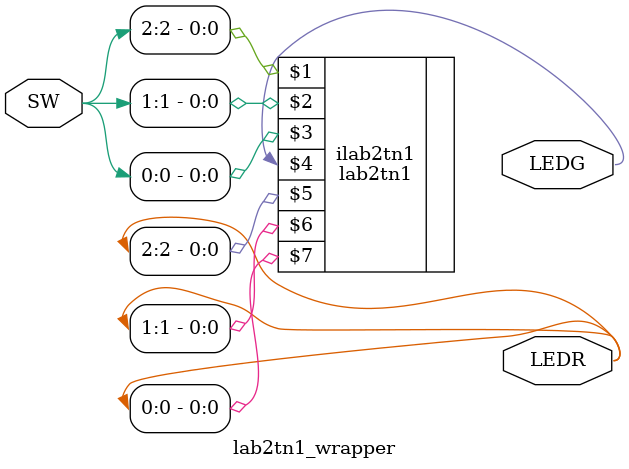
<source format=sv>
module lab2tn1_wrapper(
  	input [2:0] SW,
  	output [2:0] LEDR,
 	output [0:0] LEDG
);

  lab2tn1 ilab2tn1(SW[2],SW[1],SW[0],LEDG,LEDR[2],LEDR[1],LEDR[0]);

endmodule
</source>
